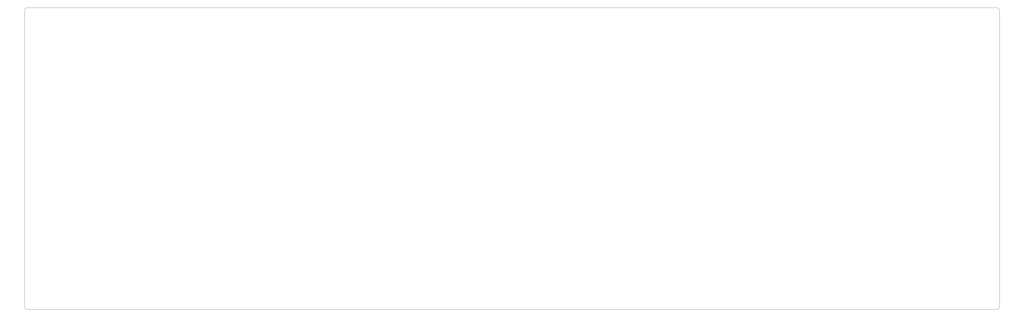
<source format=gm1>
G04 #@! TF.GenerationSoftware,KiCad,Pcbnew,(5.1.9-1-g591a07d2d9)-1*
G04 #@! TF.CreationDate,2021-07-12T22:14:49-06:00*
G04 #@! TF.ProjectId,keyboard-layout,6b657962-6f61-4726-942d-6c61796f7574,rev?*
G04 #@! TF.SameCoordinates,Original*
G04 #@! TF.FileFunction,Profile,NP*
%FSLAX46Y46*%
G04 Gerber Fmt 4.6, Leading zero omitted, Abs format (unit mm)*
G04 Created by KiCad (PCBNEW (5.1.9-1-g591a07d2d9)-1) date 2021-07-12 22:14:49*
%MOMM*%
%LPD*%
G01*
G04 APERTURE LIST*
G04 #@! TA.AperFunction,Profile*
%ADD10C,0.100000*%
G04 #@! TD*
G04 APERTURE END LIST*
D10*
X323925000Y-113900000D02*
X323925000Y-21400000D01*
X21675000Y-114650000D02*
X323175000Y-114650000D01*
X20925000Y-21400000D02*
X20925000Y-113900000D01*
X323175000Y-20650000D02*
X21675000Y-20650000D01*
X323175000Y-20650000D02*
G75*
G02*
X323925000Y-21400000I0J-750000D01*
G01*
X323925000Y-113900000D02*
G75*
G02*
X323175000Y-114650000I-750000J0D01*
G01*
X21675000Y-114650000D02*
G75*
G02*
X20925000Y-113900000I0J750000D01*
G01*
X20925000Y-21400000D02*
G75*
G02*
X21675000Y-20650000I750000J0D01*
G01*
M02*

</source>
